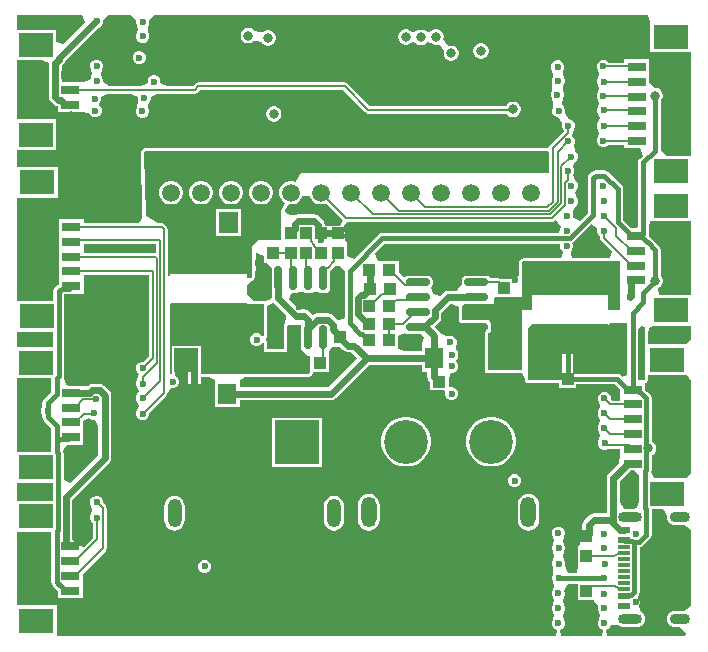
<source format=gbl>
G04*
G04 #@! TF.GenerationSoftware,Altium Limited,Altium Designer,24.4.1 (13)*
G04*
G04 Layer_Physical_Order=4*
G04 Layer_Color=16711680*
%FSLAX44Y44*%
%MOMM*%
G71*
G04*
G04 #@! TF.SameCoordinates,5A4A1F7D-102A-4DB2-8EF6-149E98EE43DC*
G04*
G04*
G04 #@! TF.FilePolarity,Positive*
G04*
G01*
G75*
%ADD14C,0.1500*%
%ADD19R,1.0000X1.1000*%
%ADD20R,1.1000X1.0000*%
G04:AMPARAMS|DCode=26|XSize=1.97mm|YSize=0.6mm|CornerRadius=0.162mm|HoleSize=0mm|Usage=FLASHONLY|Rotation=0.000|XOffset=0mm|YOffset=0mm|HoleType=Round|Shape=RoundedRectangle|*
%AMROUNDEDRECTD26*
21,1,1.9700,0.2760,0,0,0.0*
21,1,1.6460,0.6000,0,0,0.0*
1,1,0.3240,0.8230,-0.1380*
1,1,0.3240,-0.8230,-0.1380*
1,1,0.3240,-0.8230,0.1380*
1,1,0.3240,0.8230,0.1380*
%
%ADD26ROUNDEDRECTD26*%
%ADD29R,2.0000X2.0000*%
%ADD30R,1.6000X0.8000*%
%ADD31R,3.0000X2.1000*%
%ADD33R,1.6000X1.8000*%
%ADD60C,0.6000*%
%ADD61C,0.4000*%
%ADD63O,1.3000X2.6000*%
%ADD64C,3.7160*%
%ADD65O,1.2000X2.4000*%
%ADD66R,3.7160X3.7160*%
%ADD67O,2.0000X0.9000*%
%ADD68O,1.7000X0.9000*%
%ADD69C,0.6000*%
%ADD70C,1.5000*%
%ADD71C,0.8000*%
G04:AMPARAMS|DCode=72|XSize=1.97mm|YSize=0.6mm|CornerRadius=0.162mm|HoleSize=0mm|Usage=FLASHONLY|Rotation=90.000|XOffset=0mm|YOffset=0mm|HoleType=Round|Shape=RoundedRectangle|*
%AMROUNDEDRECTD72*
21,1,1.9700,0.2760,0,0,90.0*
21,1,1.6460,0.6000,0,0,90.0*
1,1,0.3240,0.1380,0.8230*
1,1,0.3240,0.1380,-0.8230*
1,1,0.3240,-0.1380,-0.8230*
1,1,0.3240,-0.1380,0.8230*
%
%ADD72ROUNDEDRECTD72*%
%ADD73R,6.5000X2.5000*%
%ADD74R,2.0000X2.0000*%
%ADD75R,1.1400X0.6000*%
%ADD76R,1.1400X0.3000*%
G36*
X758750Y1349650D02*
X758750D01*
Y1323650D01*
X793250D01*
Y1236150D01*
X772405D01*
X772125Y1236282D01*
X767588Y1240350D01*
Y1282396D01*
X768201Y1283009D01*
X769057Y1284491D01*
X769500Y1286144D01*
Y1287856D01*
X769057Y1289509D01*
X768201Y1290991D01*
X766991Y1292201D01*
X765509Y1293057D01*
X763856Y1293500D01*
X762144D01*
X758136Y1297551D01*
X757750Y1298287D01*
Y1304650D01*
Y1317650D01*
X736750D01*
Y1314914D01*
X723465D01*
X722115Y1316263D01*
X720094Y1317100D01*
X717906D01*
X715884Y1316263D01*
X714337Y1314716D01*
X713500Y1312694D01*
Y1310506D01*
X714337Y1308484D01*
X715466Y1305300D01*
X714587Y1301866D01*
X713750Y1299844D01*
Y1297656D01*
X714587Y1295634D01*
X715497Y1292500D01*
X714337Y1289615D01*
X714337Y1289615D01*
X714060Y1288947D01*
X713500Y1287594D01*
Y1285406D01*
X714337Y1283385D01*
X714337Y1283385D01*
X715615Y1280750D01*
X714837Y1277616D01*
X714000Y1275594D01*
Y1273406D01*
X714837Y1271385D01*
X715830Y1267875D01*
X714837Y1264365D01*
X714000Y1262344D01*
Y1260156D01*
X714837Y1258135D01*
X715588Y1254750D01*
X714337Y1251865D01*
X713500Y1249844D01*
Y1247656D01*
X714337Y1245635D01*
X715884Y1244087D01*
X717906Y1243250D01*
X720094D01*
X722115Y1244087D01*
X723465Y1245436D01*
X736750D01*
Y1242150D01*
X749826D01*
X752312Y1236150D01*
X749756Y1233594D01*
X748761Y1232106D01*
X748412Y1230350D01*
Y1175892D01*
X742412Y1175077D01*
X735934Y1181554D01*
Y1207596D01*
X735585Y1209352D01*
X734591Y1210841D01*
X722937Y1222494D01*
X721448Y1223489D01*
X719692Y1223838D01*
X712593D01*
X710837Y1223489D01*
X709349Y1222494D01*
X707006Y1220151D01*
X706011Y1218663D01*
X705662Y1216907D01*
Y1187458D01*
X698925Y1180722D01*
X694115Y1183681D01*
X693750Y1184032D01*
Y1186094D01*
X693651Y1186334D01*
X693273Y1188987D01*
X694865Y1192837D01*
X696413Y1194385D01*
X697250Y1196406D01*
Y1198594D01*
X696413Y1200615D01*
X695420Y1204125D01*
X696413Y1207635D01*
X697250Y1209656D01*
Y1211844D01*
X696413Y1213866D01*
X694865Y1215413D01*
X693581Y1219808D01*
X693989Y1221776D01*
X694250Y1222406D01*
Y1224594D01*
X693581Y1227085D01*
X694865Y1230669D01*
X696413Y1232216D01*
X697250Y1234237D01*
Y1236425D01*
X696413Y1238447D01*
X695739Y1239121D01*
X694796Y1240369D01*
X693969Y1244830D01*
X694356Y1246205D01*
X694750Y1247156D01*
Y1249344D01*
X693913Y1251366D01*
X692365Y1252913D01*
X694048Y1258710D01*
X694750Y1260406D01*
Y1262594D01*
X693913Y1264615D01*
X692365Y1266163D01*
X690344Y1267000D01*
X690304D01*
X689314Y1267876D01*
X686789Y1271868D01*
X686600Y1272543D01*
X686750Y1272906D01*
Y1275094D01*
X685913Y1277115D01*
X685448Y1277580D01*
X684431Y1279981D01*
X684663Y1284634D01*
X684663Y1284635D01*
X684804Y1284975D01*
X685500Y1286656D01*
Y1288844D01*
X685351Y1289203D01*
X684833Y1291082D01*
X685214Y1294406D01*
X685526Y1296409D01*
X686250Y1298156D01*
Y1300344D01*
X685413Y1302366D01*
X685176Y1305125D01*
X685164Y1307863D01*
X685601Y1309194D01*
X686000Y1310156D01*
Y1312344D01*
X685163Y1314366D01*
X683615Y1315913D01*
X681594Y1316750D01*
X679406D01*
X677384Y1315913D01*
X675837Y1314366D01*
X675000Y1312344D01*
Y1310156D01*
X675837Y1308134D01*
X676074Y1305375D01*
X676086Y1302637D01*
X675649Y1301306D01*
X675250Y1300344D01*
Y1298156D01*
X675399Y1297797D01*
X675917Y1295918D01*
X675536Y1292594D01*
X675224Y1290591D01*
X674500Y1288844D01*
Y1286656D01*
X675337Y1284635D01*
X675802Y1284170D01*
X676819Y1281769D01*
X676587Y1277116D01*
X676587Y1277115D01*
X676446Y1276775D01*
X675750Y1275094D01*
Y1272906D01*
X676587Y1270884D01*
X678135Y1269337D01*
X680156Y1268500D01*
X680196D01*
X681186Y1267624D01*
X683711Y1263632D01*
X683900Y1262957D01*
X683750Y1262594D01*
Y1260406D01*
X684587Y1258384D01*
X685930Y1257041D01*
X673907Y1245018D01*
X673189Y1243943D01*
X672250Y1242299D01*
X331611D01*
X330793Y1242299D01*
X330793Y1242299D01*
X330773Y1242295D01*
X330754Y1242299D01*
X330754Y1242299D01*
X330286Y1242198D01*
X330286Y1242198D01*
X329818Y1242105D01*
X329818Y1242105D01*
X329801Y1242094D01*
X329781Y1242089D01*
X329781Y1242089D01*
X329388Y1241818D01*
X328991Y1241552D01*
X328980Y1241536D01*
X328963Y1241524D01*
X327919Y1240447D01*
X327908Y1240430D01*
X327892Y1240418D01*
X327639Y1240013D01*
X327379Y1239612D01*
X327379Y1239612D01*
X327376Y1239592D01*
X327365Y1239575D01*
X327365Y1239575D01*
X327286Y1239102D01*
X327286Y1239102D01*
X327201Y1238633D01*
X327201Y1238633D01*
X327205Y1238614D01*
X327201Y1238594D01*
X327201Y1238594D01*
X327227Y1237776D01*
X328870Y1184914D01*
X328845Y1184243D01*
X328839Y1184140D01*
X328639Y1183501D01*
X328356Y1182910D01*
X326684Y1180329D01*
X325379Y1178914D01*
X279000D01*
Y1182100D01*
X258000D01*
Y1169100D01*
Y1156600D01*
Y1144100D01*
Y1131600D01*
Y1127447D01*
X257099Y1126844D01*
X254756Y1124501D01*
X253761Y1123013D01*
X253412Y1121257D01*
Y1113100D01*
X222500D01*
Y1200600D01*
X257000D01*
Y1226600D01*
X222500D01*
Y1240850D01*
X256000D01*
Y1266850D01*
X222500D01*
Y1316850D01*
X243745D01*
X249392Y1314486D01*
Y1285986D01*
X249819Y1283840D01*
X251035Y1282021D01*
X253671Y1279385D01*
X255490Y1278169D01*
X257000Y1277869D01*
Y1272850D01*
X278000D01*
X278000Y1272850D01*
X283688Y1272098D01*
X284087Y1271134D01*
X285634Y1269587D01*
X287656Y1268750D01*
X289844D01*
X291866Y1269587D01*
X293413Y1271134D01*
X294250Y1273156D01*
Y1275344D01*
X293413Y1277365D01*
X291989Y1279125D01*
X293163Y1281134D01*
X294000Y1283156D01*
Y1285344D01*
X299172Y1288536D01*
X319267D01*
X324750Y1286094D01*
X324750Y1283906D01*
X325066Y1281095D01*
X324249Y1277564D01*
X323870Y1276341D01*
X323250Y1274844D01*
Y1272656D01*
X324087Y1270635D01*
X325634Y1269087D01*
X327656Y1268250D01*
X329844D01*
X331866Y1269087D01*
X333413Y1270635D01*
X334250Y1272656D01*
X334250Y1274844D01*
X333934Y1277655D01*
X334751Y1281186D01*
X335130Y1282409D01*
X335750Y1283906D01*
Y1286094D01*
X341233Y1288536D01*
X373100D01*
X374368Y1288789D01*
X375443Y1289507D01*
X377373Y1291436D01*
X498753D01*
X517532Y1272657D01*
X518607Y1271939D01*
X519875Y1271686D01*
X637052D01*
X637299Y1271259D01*
X638509Y1270049D01*
X639991Y1269193D01*
X641644Y1268750D01*
X643356D01*
X645009Y1269193D01*
X646491Y1270049D01*
X647701Y1271259D01*
X648557Y1272741D01*
X649000Y1274394D01*
Y1276106D01*
X648557Y1277759D01*
X647701Y1279241D01*
X646491Y1280451D01*
X645009Y1281307D01*
X643356Y1281750D01*
X641644D01*
X639991Y1281307D01*
X638509Y1280451D01*
X637299Y1279241D01*
X636763Y1278314D01*
X521248D01*
X502468Y1297093D01*
X501393Y1297811D01*
X500125Y1298064D01*
X376000D01*
X374732Y1297811D01*
X373657Y1297093D01*
X371727Y1295164D01*
X349654D01*
X344111Y1297410D01*
Y1299598D01*
X343274Y1301620D01*
X341726Y1303167D01*
X339705Y1304004D01*
X337517D01*
X335495Y1303167D01*
X333948Y1301620D01*
X333111Y1299598D01*
Y1297410D01*
X327568Y1295164D01*
X300755D01*
X295500Y1298156D01*
Y1300344D01*
X294835Y1301950D01*
X294628Y1302587D01*
X294156Y1305575D01*
X294628Y1308563D01*
X294835Y1309200D01*
X295500Y1310806D01*
Y1312994D01*
X294663Y1315016D01*
X293116Y1316563D01*
X291094Y1317400D01*
X288906D01*
X286884Y1316563D01*
X285337Y1315016D01*
X284500Y1312994D01*
Y1310806D01*
X285165Y1309200D01*
X285372Y1308563D01*
X285844Y1305575D01*
X285372Y1302587D01*
X285165Y1301950D01*
X284500Y1300344D01*
X278500Y1298310D01*
X278000Y1298350D01*
Y1298350D01*
X260608D01*
Y1312163D01*
X261965Y1313521D01*
X263181Y1315340D01*
X263345Y1316164D01*
X291668Y1344488D01*
X293116Y1345087D01*
X294663Y1346635D01*
X295500Y1348656D01*
Y1350844D01*
X300273Y1355000D01*
X319132D01*
X323750Y1350594D01*
X323750Y1348406D01*
X324362Y1346928D01*
X324614Y1346179D01*
X324998Y1343250D01*
X324614Y1340321D01*
X324362Y1339572D01*
X323750Y1338094D01*
Y1335906D01*
X324587Y1333884D01*
X326134Y1332337D01*
X328156Y1331500D01*
X330344D01*
X332365Y1332337D01*
X333913Y1333884D01*
X334750Y1335906D01*
Y1338094D01*
X334138Y1339572D01*
X333886Y1340321D01*
X333502Y1343250D01*
X333886Y1346179D01*
X334138Y1346928D01*
X334750Y1348406D01*
X334750Y1350594D01*
X339367Y1355000D01*
X757181D01*
X758750Y1349650D01*
D02*
G37*
G36*
X280319Y1349000D02*
X261543Y1330224D01*
X256000Y1332520D01*
Y1342850D01*
X222500D01*
Y1355000D01*
X277834D01*
X280319Y1349000D01*
D02*
G37*
G36*
X672936Y1239064D02*
Y1221250D01*
X462784D01*
X459082Y1214248D01*
X458460Y1214069D01*
X455916Y1214750D01*
X453284D01*
X450740Y1214069D01*
X448460Y1212752D01*
X446598Y1210890D01*
X445281Y1208610D01*
X444600Y1206067D01*
Y1203434D01*
X445281Y1200890D01*
X446598Y1198610D01*
X448460Y1196748D01*
X449511Y1196141D01*
X446000Y1189500D01*
X446500Y1189000D01*
Y1164250D01*
X426750D01*
X422000Y1159500D01*
Y1147551D01*
X421500Y1146344D01*
Y1144156D01*
X422000Y1142949D01*
Y1138551D01*
X421500Y1137344D01*
Y1135156D01*
X421875Y1134250D01*
X421239Y1132750D01*
X417500D01*
Y1135750D01*
X352500Y1135750D01*
Y1135304D01*
X351000Y1134412D01*
X350518Y1134674D01*
X350064Y1136967D01*
Y1173971D01*
X349811Y1175239D01*
X349093Y1176314D01*
X347464Y1177943D01*
X346389Y1178661D01*
X345121Y1178914D01*
X341720D01*
X331423Y1184835D01*
X329749Y1238673D01*
X330793Y1239750D01*
X672250D01*
X672936Y1239064D01*
D02*
G37*
G36*
X470681Y1200890D02*
X471998Y1198610D01*
X473860Y1196748D01*
X476140Y1195432D01*
X478684Y1194750D01*
X481316D01*
X483860Y1195432D01*
X484350Y1195714D01*
X498364Y1181700D01*
X495699Y1176660D01*
X495495Y1176410D01*
X494500Y1176608D01*
X483358D01*
Y1177364D01*
X482931Y1179510D01*
X481715Y1181329D01*
X478079Y1184965D01*
X476260Y1186181D01*
X474114Y1186608D01*
X460386D01*
X458240Y1186181D01*
X457205Y1185489D01*
X453545Y1186162D01*
X450617Y1187380D01*
X449767Y1189731D01*
X453125Y1194792D01*
X453284Y1194750D01*
X455916D01*
X458460Y1195432D01*
X460740Y1196748D01*
X462602Y1198610D01*
X463918Y1200890D01*
X464224Y1202032D01*
X470376D01*
X470681Y1200890D01*
D02*
G37*
G36*
X340436Y1154377D02*
X339871Y1153914D01*
X279000D01*
Y1161240D01*
X340436D01*
Y1154377D01*
D02*
G37*
G36*
X714096Y1174430D02*
X713750Y1173594D01*
Y1171406D01*
X714587Y1169385D01*
X715936Y1168036D01*
Y1166750D01*
X716189Y1165482D01*
X716907Y1164407D01*
X726722Y1154592D01*
X724426Y1149049D01*
X692820D01*
X691383Y1153929D01*
X691327Y1155049D01*
X692663Y1156385D01*
X693500Y1158406D01*
Y1160594D01*
X692893Y1162058D01*
X693937Y1162756D01*
X709010Y1177829D01*
X714096Y1174430D01*
D02*
G37*
G36*
X682500Y1160594D02*
Y1158406D01*
X683337Y1156385D01*
X684673Y1155049D01*
X684617Y1153929D01*
X683180Y1149049D01*
X652267Y1149049D01*
X650750Y1149049D01*
X650750Y1149049D01*
X649775Y1148855D01*
X649774Y1148855D01*
X649025Y1148544D01*
X649025Y1148544D01*
X648198Y1147992D01*
X647645Y1147165D01*
X647451Y1146189D01*
X647451Y1146189D01*
X647451Y1146189D01*
X647451Y1144416D01*
Y1134532D01*
X642500Y1132000D01*
X631271D01*
X630700Y1132114D01*
X623393D01*
X622700Y1133150D01*
X621338Y1134061D01*
X619730Y1134381D01*
X603270D01*
X601662Y1134061D01*
X600300Y1133150D01*
X599389Y1131788D01*
X599069Y1130180D01*
Y1127420D01*
X596220Y1122905D01*
X594916Y1121708D01*
X587400D01*
X585254Y1121281D01*
X583435Y1120065D01*
X580772Y1117402D01*
X575206Y1118933D01*
X573516Y1124647D01*
X574111Y1125813D01*
X574431Y1127420D01*
Y1130180D01*
X574111Y1131788D01*
X573200Y1133150D01*
X571838Y1134061D01*
X570230Y1134381D01*
X553770D01*
X552163Y1134061D01*
X550800Y1133150D01*
X550263Y1133098D01*
X545750Y1137338D01*
Y1147000D01*
X529750D01*
Y1147000D01*
X527636Y1147627D01*
X525620Y1153331D01*
X533701Y1161412D01*
X681954D01*
X682500Y1160594D01*
D02*
G37*
G36*
X683159Y1176089D02*
X681290Y1170588D01*
X531800D01*
X530044Y1170239D01*
X528556Y1169244D01*
X508000Y1148688D01*
X502000Y1151174D01*
Y1162000D01*
X501730D01*
X500202Y1164357D01*
X499110Y1168000D01*
X499681Y1168854D01*
X500108Y1171000D01*
X499681Y1173146D01*
X498783Y1174490D01*
X499655Y1176913D01*
X500974Y1179075D01*
X501810Y1179936D01*
X675228D01*
X676496Y1180189D01*
X677571Y1180907D01*
X679276Y1181184D01*
X683159Y1176089D01*
D02*
G37*
G36*
X495430Y1142883D02*
X499912Y1138700D01*
Y1099033D01*
X495029Y1097152D01*
X493912Y1097084D01*
X489930Y1101065D01*
X488111Y1102281D01*
X485965Y1102708D01*
X476850D01*
X474704Y1102281D01*
X473074Y1101192D01*
X469800Y1104465D01*
X467981Y1105681D01*
X465835Y1106108D01*
X460966D01*
X452901Y1114173D01*
X454817Y1118739D01*
X455740Y1119819D01*
X458030D01*
X459637Y1120139D01*
X461421Y1121050D01*
X464579D01*
X466362Y1120139D01*
X467970Y1119819D01*
X470730D01*
X472337Y1120139D01*
X474120Y1121050D01*
X477279D01*
X479062Y1120139D01*
X480670Y1119819D01*
X483430D01*
X485037Y1120139D01*
X486400Y1121050D01*
X487311Y1122412D01*
X487631Y1124020D01*
Y1138286D01*
X487906Y1138470D01*
X492392Y1142955D01*
X495430Y1142883D01*
D02*
G37*
G36*
X793250Y1118000D02*
X766512D01*
X765509Y1123943D01*
X766991Y1124799D01*
X768201Y1126009D01*
X769057Y1127491D01*
X769500Y1129144D01*
Y1130856D01*
X769057Y1132509D01*
X768201Y1133991D01*
X767588Y1134604D01*
Y1156450D01*
X767239Y1158206D01*
X766244Y1159694D01*
X759694Y1166244D01*
X758339Y1167150D01*
X757500Y1167989D01*
Y1169557D01*
X757588Y1170000D01*
Y1174878D01*
X758500Y1180500D01*
X793250D01*
Y1118000D01*
D02*
G37*
G36*
X431500Y1150723D02*
Y1145500D01*
X433753D01*
X435002Y1144637D01*
X438369Y1140480D01*
Y1132386D01*
X438342Y1132250D01*
Y1115769D01*
X436216Y1114230D01*
X432725Y1112855D01*
X431750Y1113049D01*
X423417D01*
X417500Y1118013D01*
X417500Y1126462D01*
X421239Y1130201D01*
X421718Y1130296D01*
X422195Y1130387D01*
X422195Y1130387D01*
X422204Y1130393D01*
X422215Y1130395D01*
X422215Y1130395D01*
X422620Y1130666D01*
X423026Y1130932D01*
X423026Y1130933D01*
X423032Y1130942D01*
X423041Y1130948D01*
X423311Y1131351D01*
X423586Y1131755D01*
X424222Y1133255D01*
X424224Y1133266D01*
X424230Y1133275D01*
X424325Y1133752D01*
X424424Y1134228D01*
X424424Y1134229D01*
X424422Y1134239D01*
X424424Y1134250D01*
X424424Y1134250D01*
X424329Y1134728D01*
X424329Y1134728D01*
X424238Y1135206D01*
X424238Y1135206D01*
X424232Y1135215D01*
X424230Y1135225D01*
X424230Y1135226D01*
X424049Y1135663D01*
Y1136837D01*
X424355Y1137576D01*
X424549Y1138551D01*
Y1142949D01*
X424355Y1143924D01*
X424049Y1144663D01*
Y1145837D01*
X424355Y1146576D01*
X424549Y1147551D01*
Y1153295D01*
X425500Y1153930D01*
X431500Y1150723D01*
D02*
G37*
G36*
X732750Y1105250D02*
X723250D01*
X723250Y1118000D01*
X658250Y1118000D01*
X658250Y1105250D01*
X650500D01*
Y1063000D01*
X650000Y1054250D01*
X621500D01*
Y1085548D01*
X622700Y1086350D01*
X623611Y1087712D01*
X623931Y1089320D01*
Y1092080D01*
X623611Y1093688D01*
X622700Y1095050D01*
X622683Y1095062D01*
X622250Y1096750D01*
X622000Y1097000D01*
X620414Y1097000D01*
X599250D01*
Y1107646D01*
X599750Y1109000D01*
X599750Y1109000D01*
X600901Y1110250D01*
X626750D01*
Y1114811D01*
X627500Y1116000D01*
X642500D01*
Y1116750D01*
X650000D01*
Y1146189D01*
X650750Y1146500D01*
X732750D01*
X732750Y1105250D01*
D02*
G37*
G36*
X739162Y1094109D02*
Y1050634D01*
X735162Y1048977D01*
X733894Y1050244D01*
X732406Y1051239D01*
X730650Y1051588D01*
X693338D01*
Y1076600D01*
X693994Y1077256D01*
X694989Y1078744D01*
X695338Y1080500D01*
X694989Y1082256D01*
X693994Y1083744D01*
X692506Y1084739D01*
X690750Y1085088D01*
X688994Y1084739D01*
X687506Y1083744D01*
X685506Y1081744D01*
X684511Y1080256D01*
X684162Y1078500D01*
Y1047000D01*
X683546Y1046250D01*
X655250D01*
Y1090586D01*
X658250Y1093000D01*
X723250Y1093000D01*
Y1093000D01*
X724481Y1094221D01*
X739162Y1094109D01*
D02*
G37*
G36*
X793250Y1081157D02*
X790250Y1076400D01*
X756549D01*
Y1086808D01*
X758287Y1091432D01*
X762362Y1092000D01*
X793250D01*
Y1081157D01*
D02*
G37*
G36*
X253412Y1073850D02*
X222500D01*
Y1087100D01*
X253412D01*
Y1073850D01*
D02*
G37*
G36*
X450329Y1100884D02*
X450475Y1098909D01*
X449198Y1093992D01*
X448645Y1093165D01*
X448451Y1092189D01*
X448451Y1092189D01*
X448451Y1090415D01*
Y1072799D01*
X434299D01*
Y1077047D01*
X434250Y1077293D01*
Y1077544D01*
X434154Y1077776D01*
X434105Y1078022D01*
X433721Y1080544D01*
X433810Y1081436D01*
X434105Y1082478D01*
X434154Y1082724D01*
X434250Y1082956D01*
Y1083207D01*
X434299Y1083453D01*
Y1108938D01*
X439634Y1111087D01*
X440077Y1111136D01*
X450329Y1100884D01*
D02*
G37*
G36*
X552163Y1085439D02*
X553770Y1085119D01*
X561864D01*
X562000Y1085092D01*
X564607D01*
X567100Y1082250D01*
X565250Y1076250D01*
X565250D01*
Y1070358D01*
X550716D01*
X545500Y1072250D01*
Y1083482D01*
X548455Y1085081D01*
X551500Y1085882D01*
X552163Y1085439D01*
D02*
G37*
G36*
X431750Y1083453D02*
X430250Y1083155D01*
X430163Y1083365D01*
X428615Y1084913D01*
X426594Y1085750D01*
X424406D01*
X422384Y1084913D01*
X420837Y1083365D01*
X420000Y1081344D01*
Y1079156D01*
X420837Y1077134D01*
X422384Y1075587D01*
X424406Y1074750D01*
X426594D01*
X428615Y1075587D01*
X430163Y1077134D01*
X430250Y1077345D01*
X431750Y1077047D01*
Y1070250D01*
X451000D01*
Y1092189D01*
X451750Y1092500D01*
X463250D01*
Y1072500D01*
X469250Y1066500D01*
X470500D01*
Y1052793D01*
X470000Y1051500D01*
X378500D01*
Y1075250D01*
X353500D01*
Y1051500D01*
X352000D01*
Y1110250D01*
X352250Y1110500D01*
X431750D01*
Y1083453D01*
D02*
G37*
G36*
X499035Y1071285D02*
X500854Y1070069D01*
X503000Y1069642D01*
X505813D01*
X510705Y1064750D01*
X486063Y1040108D01*
X411250D01*
Y1046000D01*
X416028Y1048951D01*
X468640D01*
X470000Y1048951D01*
X470000Y1048951D01*
X470030Y1048957D01*
X470060Y1048952D01*
X470060Y1048952D01*
X470517Y1049054D01*
X470975Y1049145D01*
X471001Y1049162D01*
X471031Y1049169D01*
X471413Y1049438D01*
X471802Y1049698D01*
X471819Y1049723D01*
X471844Y1049741D01*
X472095Y1050136D01*
X472355Y1050525D01*
X472361Y1050555D01*
X472377Y1050581D01*
X472877Y1051873D01*
X472877Y1051873D01*
X472958Y1052334D01*
X473049Y1052793D01*
X473049Y1052793D01*
X473506Y1053250D01*
X486750D01*
Y1068250D01*
X486750Y1068250D01*
X487269Y1072111D01*
X489000Y1074250D01*
X496069D01*
X499035Y1071285D01*
D02*
G37*
G36*
X754000Y1091191D02*
Y1046250D01*
X748338D01*
Y1089284D01*
X751998Y1092021D01*
X754000Y1091191D01*
D02*
G37*
G36*
X334436Y1066123D02*
X330064Y1061750D01*
X328156D01*
X326134Y1060913D01*
X324587Y1059365D01*
X323750Y1057344D01*
Y1055156D01*
X324587Y1053135D01*
X326134Y1051587D01*
X324239Y1045878D01*
X323500Y1044094D01*
Y1041906D01*
X324337Y1039884D01*
X325512Y1037125D01*
X324587Y1034116D01*
X323750Y1032094D01*
Y1029906D01*
X324587Y1027885D01*
X325580Y1024375D01*
X324587Y1020865D01*
X323750Y1018844D01*
Y1016656D01*
X324587Y1014634D01*
X326134Y1013087D01*
X328156Y1012250D01*
X330344D01*
X332365Y1013087D01*
X333913Y1014634D01*
X334750Y1016656D01*
Y1018564D01*
X349093Y1032907D01*
X349811Y1033982D01*
X349814Y1033994D01*
X353406Y1039000D01*
X355594D01*
X357616Y1039837D01*
X359163Y1041385D01*
X360000Y1043406D01*
Y1045594D01*
X359163Y1047616D01*
X357616Y1049163D01*
X355855Y1050525D01*
X356049Y1051500D01*
Y1056943D01*
X361988Y1058770D01*
X362049Y1058771D01*
X367142Y1053677D01*
Y1034500D01*
X367569Y1032354D01*
X368785Y1030535D01*
X370604Y1029319D01*
X372750Y1028892D01*
X374896Y1029319D01*
X376715Y1030535D01*
X377931Y1032354D01*
X378358Y1034500D01*
Y1048834D01*
X378500Y1048951D01*
X385472D01*
X390250Y1046000D01*
Y1023000D01*
X411250D01*
Y1028892D01*
X488386D01*
X490532Y1029319D01*
X492351Y1030535D01*
X520959Y1059142D01*
X565250D01*
Y1053250D01*
X570142D01*
Y1048750D01*
X570569Y1046604D01*
X571785Y1044785D01*
X572250Y1044320D01*
Y1037250D01*
X583778Y1037250D01*
X584143Y1037250D01*
X585250Y1035594D01*
X585250Y1034660D01*
Y1033406D01*
X586087Y1031385D01*
X587635Y1029837D01*
X589656Y1029000D01*
X591844D01*
X593866Y1029837D01*
X595413Y1031385D01*
X596250Y1033406D01*
Y1035594D01*
X595413Y1037616D01*
X593866Y1039163D01*
X591844Y1040000D01*
X589656Y1040000D01*
X589414Y1040162D01*
X589414Y1040162D01*
X588250Y1040939D01*
X588250Y1041549D01*
X588250Y1046707D01*
X589656Y1052250D01*
X591844D01*
X593865Y1053087D01*
X593866D01*
X593892Y1053114D01*
X595413Y1054634D01*
X596250Y1056656D01*
Y1058844D01*
X595413Y1060865D01*
X594173Y1062750D01*
X595663Y1064385D01*
X596500Y1066406D01*
Y1068594D01*
X595663Y1070615D01*
X594115Y1072163D01*
X594163Y1074884D01*
X595000Y1076906D01*
Y1079094D01*
X594163Y1081115D01*
X592616Y1082663D01*
X590594Y1083500D01*
X588406D01*
X587358Y1083066D01*
X585815Y1083255D01*
X584111Y1083954D01*
X580973Y1085736D01*
X580931Y1085946D01*
X579715Y1087765D01*
X576624Y1090856D01*
X576730Y1091935D01*
X580315Y1095520D01*
X581531Y1097339D01*
X581958Y1099485D01*
Y1102727D01*
X589723Y1110492D01*
X591235D01*
X592502Y1110050D01*
X596701Y1107646D01*
Y1097000D01*
X596895Y1096025D01*
X597448Y1095198D01*
X598275Y1094645D01*
X599250Y1094451D01*
X616229D01*
X617631Y1092689D01*
X619698Y1087350D01*
X619558Y1087141D01*
X619381Y1086964D01*
X619285Y1086732D01*
X619145Y1086523D01*
X619096Y1086277D01*
X619000Y1086045D01*
Y1085794D01*
X618951Y1085548D01*
Y1054250D01*
X619145Y1053275D01*
X619698Y1052448D01*
X620525Y1051895D01*
X621500Y1051701D01*
X650000D01*
X652390Y1047225D01*
X652533Y1046895D01*
X652701Y1046381D01*
Y1046250D01*
X652895Y1045275D01*
X653448Y1044448D01*
X654275Y1043895D01*
X655250Y1043701D01*
X681250D01*
Y1039000D01*
X696250D01*
Y1042412D01*
X728749D01*
X733250Y1037911D01*
Y1028714D01*
X726472D01*
X725500Y1029686D01*
Y1031594D01*
X724663Y1033615D01*
X723115Y1035163D01*
X721094Y1036000D01*
X718906D01*
X716885Y1035163D01*
X715337Y1033615D01*
X714500Y1031594D01*
Y1029406D01*
X715337Y1027384D01*
X716233Y1024125D01*
X715087Y1021115D01*
X715087Y1021115D01*
X714899Y1020660D01*
X714250Y1019094D01*
Y1016906D01*
X714899Y1015340D01*
X715087Y1014884D01*
X715087Y1014884D01*
X716233Y1011875D01*
X715337Y1008615D01*
X714500Y1006594D01*
Y1004406D01*
X715337Y1002384D01*
X716470Y999250D01*
X715587Y995865D01*
X714750Y993844D01*
Y991656D01*
X715587Y989634D01*
X717134Y988087D01*
X719156Y987250D01*
X721344D01*
X722859Y987878D01*
X723068Y987836D01*
X733250D01*
Y981400D01*
X733250D01*
X732238Y975819D01*
X723524Y967105D01*
X722309Y965286D01*
X721882Y963140D01*
Y933108D01*
X711250D01*
X709104Y932681D01*
X707285Y931465D01*
X702774Y926954D01*
X701558Y925135D01*
X701131Y922989D01*
Y918447D01*
X700785Y918215D01*
X699569Y916396D01*
X699142Y914250D01*
Y913750D01*
X699569Y911604D01*
X700140Y910750D01*
X699048Y907107D01*
X697520Y904750D01*
X697250D01*
Y888750D01*
X697250D01*
X696735Y882963D01*
X689727D01*
X688339Y884662D01*
X686463Y888963D01*
X686750Y889656D01*
Y891844D01*
X686136Y893326D01*
X685961Y893748D01*
X685874Y894039D01*
X685164Y897250D01*
X685874Y900461D01*
X685961Y900751D01*
X686136Y901174D01*
X686750Y902656D01*
Y904844D01*
X686013Y906624D01*
X685894Y906951D01*
X685220Y910000D01*
X685608Y912967D01*
X685836Y913803D01*
X686500Y915406D01*
Y917594D01*
X685663Y919615D01*
X684116Y921163D01*
X682094Y922000D01*
X679906D01*
X677885Y921163D01*
X676337Y919615D01*
X675500Y917594D01*
Y915406D01*
X676237Y913626D01*
X676356Y913299D01*
X677030Y910250D01*
X676642Y907283D01*
X676414Y906447D01*
X675750Y904844D01*
Y902656D01*
X676364Y901174D01*
X676539Y900751D01*
X676626Y900461D01*
X677336Y897250D01*
X676626Y894039D01*
X676539Y893748D01*
X676364Y893326D01*
X675750Y891844D01*
Y889656D01*
X676274Y888392D01*
X676601Y887471D01*
X676846Y884625D01*
X676601Y881779D01*
X676274Y880858D01*
X675750Y879594D01*
Y877406D01*
X676502Y875590D01*
X676661Y874968D01*
X677205Y871875D01*
X676344Y868641D01*
X676326Y868587D01*
X676151Y868165D01*
X675500Y866594D01*
Y864406D01*
X676183Y862758D01*
X676375Y862160D01*
X676878Y859150D01*
X676375Y856140D01*
X676183Y855542D01*
X675500Y853894D01*
Y851706D01*
X676183Y850058D01*
X676375Y849460D01*
X676878Y846450D01*
X676375Y843440D01*
X676183Y842842D01*
X675500Y841194D01*
Y839006D01*
X676337Y836984D01*
X677885Y835437D01*
X679906Y834600D01*
X678940Y829000D01*
X262105D01*
X256250Y829350D01*
Y855350D01*
X222500D01*
Y917850D01*
X251662D01*
Y874900D01*
X252011Y873144D01*
X253006Y871656D01*
X255228Y869434D01*
X256583Y868528D01*
X257250Y867861D01*
Y861350D01*
X278250D01*
Y873850D01*
Y882164D01*
X297593Y901507D01*
X298311Y902582D01*
X298564Y903850D01*
Y937750D01*
X298311Y939018D01*
X297593Y940093D01*
X295750Y941936D01*
Y943844D01*
X294913Y945865D01*
X293365Y947413D01*
X291344Y948250D01*
X289156D01*
X287134Y947413D01*
X285587Y945865D01*
X284750Y943844D01*
Y941656D01*
X285587Y939634D01*
X286449Y936000D01*
X285337Y932616D01*
X284500Y930594D01*
Y928406D01*
X285337Y926385D01*
X286686Y925035D01*
Y912473D01*
X279102Y904888D01*
X278182Y904962D01*
X272980Y907251D01*
X272931Y907496D01*
X271715Y909315D01*
X269896Y910531D01*
X269608Y910588D01*
Y929500D01*
Y944927D01*
X300965Y976285D01*
X302181Y978104D01*
X302608Y980250D01*
Y1032857D01*
X302181Y1035003D01*
X300965Y1036822D01*
X296572Y1041215D01*
X294753Y1042431D01*
X292607Y1042858D01*
X286393D01*
X284247Y1042431D01*
X282428Y1041215D01*
X282171Y1040958D01*
X268000D01*
X266838Y1040727D01*
X265147Y1041573D01*
X264447Y1042394D01*
X262239Y1047644D01*
X262588Y1049400D01*
Y1119012D01*
X266500D01*
X266943Y1119100D01*
X279000D01*
Y1134786D01*
X334436D01*
Y1066123D01*
D02*
G37*
G36*
X251662Y1047650D02*
Y1036015D01*
X245506Y1029859D01*
X244511Y1028370D01*
X244162Y1026614D01*
Y1023440D01*
X243837Y1023115D01*
X243000Y1021094D01*
Y1018906D01*
X243837Y1016885D01*
X244162Y1016560D01*
Y1014543D01*
X244511Y1012787D01*
X245506Y1011298D01*
X251662Y1005142D01*
Y993507D01*
Y985550D01*
X251498Y985350D01*
X222500D01*
Y1047850D01*
X251498D01*
X251662Y1047650D01*
D02*
G37*
G36*
X790250Y1050400D02*
X793250Y1045643D01*
Y967657D01*
X790250Y962900D01*
X762350D01*
X760174Y966926D01*
X759629Y968900D01*
X759838Y969950D01*
Y982239D01*
X761241Y983049D01*
X762451Y984259D01*
X763307Y985741D01*
X763750Y987394D01*
Y989106D01*
X763307Y990759D01*
X762451Y992241D01*
X761241Y993451D01*
X759838Y994261D01*
Y1030850D01*
X759489Y1032606D01*
X758494Y1034094D01*
X756273Y1036316D01*
X754917Y1037222D01*
X754250Y1037889D01*
Y1043751D01*
X754975Y1043895D01*
X755802Y1044448D01*
X756355Y1045275D01*
X756549Y1046250D01*
Y1050400D01*
X790250D01*
D02*
G37*
G36*
X284485Y1013116D02*
X286506Y1012279D01*
X288694D01*
X291392Y1006902D01*
Y982573D01*
X267631Y958812D01*
X262088Y961108D01*
Y984300D01*
X261897Y985262D01*
X262696Y987564D01*
X265042Y991262D01*
X266000D01*
X266443Y991350D01*
X278500D01*
Y1003850D01*
Y1011565D01*
X283838Y1013763D01*
X284485Y1013116D01*
D02*
G37*
G36*
X252912Y943850D02*
X222500D01*
Y959350D01*
X252912D01*
Y943850D01*
D02*
G37*
G36*
X744163Y969762D02*
X748709Y966709D01*
X749662Y965519D01*
Y943024D01*
X747660Y937711D01*
X743872Y937258D01*
X736490D01*
X733097Y942515D01*
Y960817D01*
X742073Y969792D01*
X743750D01*
X743839Y969810D01*
X744163Y969762D01*
D02*
G37*
G36*
X769155Y936596D02*
X770905Y934443D01*
X772722Y930900D01*
X772629Y930198D01*
X772870Y928371D01*
X773575Y926668D01*
X774697Y925206D01*
X776160Y924083D01*
X777862Y923378D01*
X779690Y923138D01*
X787690D01*
X792089Y919969D01*
X793250Y918430D01*
Y855466D01*
X792089Y853927D01*
X787690Y850758D01*
X779690D01*
X777862Y850518D01*
X776160Y849812D01*
X774697Y848690D01*
X773575Y847228D01*
X772870Y845525D01*
X772629Y843698D01*
X772870Y841871D01*
X773575Y840168D01*
X774697Y838706D01*
X776160Y837583D01*
X777862Y836878D01*
X779690Y836638D01*
X784187D01*
X788689Y831052D01*
X788072Y829137D01*
X787945Y829000D01*
X722060D01*
X721094Y834600D01*
X723115Y835437D01*
X724663Y836984D01*
X724972Y837731D01*
X726598Y838465D01*
X728885Y838893D01*
X731418Y838809D01*
X731497Y838706D01*
X732959Y837583D01*
X734662Y836878D01*
X736490Y836638D01*
X747490D01*
X749317Y836878D01*
X751020Y837583D01*
X752482Y838706D01*
X753604Y840168D01*
X754309Y841871D01*
X754550Y843698D01*
X754309Y845525D01*
X753604Y847228D01*
X752482Y848690D01*
X751020Y849812D01*
X750773Y849915D01*
X749771Y852478D01*
X749398Y854612D01*
X749433Y856349D01*
X749890Y857451D01*
Y858645D01*
X749433Y859747D01*
X748589Y860591D01*
X749629Y864743D01*
X749978Y866498D01*
Y904839D01*
X751338Y905109D01*
X752826Y906104D01*
X758734Y912011D01*
X759729Y913500D01*
X760078Y915256D01*
Y936711D01*
X760233Y936900D01*
X768686D01*
X769155Y936596D01*
D02*
G37*
G36*
X697250Y859500D02*
X710822D01*
X711458Y858995D01*
X714769Y854543D01*
X714500Y853894D01*
Y851706D01*
X715183Y850058D01*
X715375Y849460D01*
X715878Y846450D01*
X715375Y843440D01*
X715183Y842842D01*
X714500Y841194D01*
Y839006D01*
X715337Y836984D01*
X716885Y835437D01*
X718906Y834600D01*
X717940Y829000D01*
X683060D01*
X682094Y834600D01*
X684116Y835437D01*
X685663Y836984D01*
X686500Y839006D01*
Y841194D01*
X685817Y842842D01*
X685625Y843440D01*
X685123Y846450D01*
X685625Y849460D01*
X685817Y850058D01*
X686500Y851706D01*
Y853894D01*
X685817Y855542D01*
X685625Y856140D01*
X685123Y859150D01*
X685625Y862160D01*
X685817Y862758D01*
X686500Y864406D01*
Y866594D01*
X686006Y867787D01*
X687343Y871237D01*
X688977Y873787D01*
X697250D01*
Y859500D01*
D02*
G37*
%LPC*%
G36*
X578106Y1343000D02*
X576394D01*
X574741Y1342557D01*
X573259Y1341701D01*
X571000Y1340774D01*
X568491Y1341451D01*
X567009Y1342307D01*
X565356Y1342750D01*
X563644D01*
X561991Y1342307D01*
X560509Y1341451D01*
X558000Y1340774D01*
X555741Y1341701D01*
X554259Y1342557D01*
X552606Y1343000D01*
X550894D01*
X549241Y1342557D01*
X547759Y1341701D01*
X546549Y1340491D01*
X545693Y1339009D01*
X545250Y1337356D01*
Y1335644D01*
X545693Y1333991D01*
X546549Y1332509D01*
X547759Y1331299D01*
X549241Y1330443D01*
X550894Y1330000D01*
X552606D01*
X554259Y1330443D01*
X555741Y1331299D01*
X558250Y1331976D01*
X560509Y1331049D01*
X561991Y1330193D01*
X563644Y1329750D01*
X565356D01*
X567009Y1330193D01*
X568491Y1331049D01*
X570750Y1331976D01*
X573259Y1331299D01*
X574741Y1330443D01*
X576394Y1330000D01*
X577749Y1330000D01*
X578106Y1330000D01*
X579091Y1330079D01*
X581091Y1329887D01*
X583904Y1324355D01*
X583823Y1323879D01*
X583750Y1323607D01*
X583750Y1323606D01*
X583750Y1323003D01*
Y1321894D01*
X584193Y1320241D01*
X585049Y1318759D01*
X586259Y1317549D01*
X587741Y1316693D01*
X589394Y1316250D01*
X591106D01*
X592759Y1316693D01*
X594241Y1317549D01*
X595451Y1318759D01*
X596307Y1320241D01*
X596750Y1321894D01*
Y1323606D01*
X596307Y1325259D01*
X595451Y1326741D01*
X594241Y1327951D01*
X592759Y1328807D01*
X591106Y1329250D01*
X589751Y1329250D01*
X589394Y1329250D01*
X588409Y1329171D01*
X586409Y1329363D01*
X583596Y1334895D01*
X583677Y1335371D01*
X583750Y1335643D01*
X583750Y1335644D01*
X583750Y1336247D01*
Y1337356D01*
X583307Y1339009D01*
X582451Y1340491D01*
X581241Y1341701D01*
X579759Y1342557D01*
X578106Y1343000D01*
D02*
G37*
G36*
X419356Y1344250D02*
X417644D01*
X415991Y1343807D01*
X414509Y1342951D01*
X413299Y1341741D01*
X412443Y1340259D01*
X412000Y1338606D01*
Y1336894D01*
X412443Y1335241D01*
X413299Y1333759D01*
X414509Y1332549D01*
X415991Y1331693D01*
X417644Y1331250D01*
X419356D01*
X421009Y1331693D01*
X422491Y1332549D01*
X422827Y1332885D01*
X426038Y1333072D01*
X426098Y1333065D01*
X429637Y1332039D01*
X429799Y1331759D01*
X431009Y1330549D01*
X432491Y1329693D01*
X434144Y1329250D01*
X435856D01*
X437509Y1329693D01*
X438991Y1330549D01*
X440201Y1331759D01*
X441057Y1333241D01*
X441500Y1334894D01*
Y1336606D01*
X441057Y1338259D01*
X440201Y1339741D01*
X438991Y1340951D01*
X437509Y1341807D01*
X435856Y1342250D01*
X434144D01*
X432491Y1341807D01*
X431009Y1340951D01*
X430673Y1340616D01*
X427462Y1340428D01*
X427402Y1340435D01*
X423863Y1341461D01*
X423701Y1341741D01*
X422491Y1342951D01*
X421009Y1343807D01*
X419356Y1344250D01*
D02*
G37*
G36*
X616356Y1331250D02*
X614644D01*
X612991Y1330807D01*
X611509Y1329951D01*
X610299Y1328741D01*
X609443Y1327259D01*
X609000Y1325606D01*
Y1323894D01*
X609443Y1322241D01*
X610299Y1320759D01*
X611509Y1319549D01*
X612991Y1318693D01*
X614644Y1318250D01*
X616356D01*
X618009Y1318693D01*
X619491Y1319549D01*
X620701Y1320759D01*
X621557Y1322241D01*
X622000Y1323894D01*
Y1325606D01*
X621557Y1327259D01*
X620701Y1328741D01*
X619491Y1329951D01*
X618009Y1330807D01*
X616356Y1331250D01*
D02*
G37*
G36*
X327041Y1324447D02*
X324853D01*
X322831Y1323609D01*
X321284Y1322062D01*
X320447Y1320041D01*
Y1317853D01*
X321284Y1315831D01*
X322831Y1314284D01*
X324853Y1313447D01*
X327041D01*
X329062Y1314284D01*
X330609Y1315831D01*
X331447Y1317853D01*
Y1320041D01*
X330609Y1322062D01*
X329062Y1323609D01*
X327041Y1324447D01*
D02*
G37*
G36*
X440856Y1278000D02*
X439144D01*
X437491Y1277557D01*
X436009Y1276701D01*
X434799Y1275491D01*
X433943Y1274009D01*
X433500Y1272356D01*
Y1270644D01*
X433943Y1268991D01*
X434799Y1267509D01*
X436009Y1266299D01*
X437491Y1265443D01*
X439144Y1265000D01*
X440856D01*
X442509Y1265443D01*
X443991Y1266299D01*
X445201Y1267509D01*
X446057Y1268991D01*
X446500Y1270644D01*
Y1272356D01*
X446057Y1274009D01*
X445201Y1275491D01*
X443991Y1276701D01*
X442509Y1277557D01*
X440856Y1278000D01*
D02*
G37*
G36*
X430517Y1214750D02*
X427883D01*
X425340Y1214069D01*
X423060Y1212752D01*
X421198Y1210890D01*
X419882Y1208610D01*
X419200Y1206067D01*
Y1203434D01*
X419882Y1200890D01*
X421198Y1198610D01*
X423060Y1196748D01*
X425340Y1195432D01*
X427883Y1194750D01*
X430517D01*
X433060Y1195432D01*
X435340Y1196748D01*
X437202Y1198610D01*
X438518Y1200890D01*
X439200Y1203434D01*
Y1206067D01*
X438518Y1208610D01*
X437202Y1210890D01*
X435340Y1212752D01*
X433060Y1214069D01*
X430517Y1214750D01*
D02*
G37*
G36*
X405117D02*
X402483D01*
X399940Y1214069D01*
X397660Y1212752D01*
X395798Y1210890D01*
X394482Y1208610D01*
X393800Y1206067D01*
Y1203434D01*
X394482Y1200890D01*
X395798Y1198610D01*
X397660Y1196748D01*
X399940Y1195432D01*
X402483Y1194750D01*
X405117D01*
X407660Y1195432D01*
X409940Y1196748D01*
X411802Y1198610D01*
X413119Y1200890D01*
X413800Y1203434D01*
Y1206067D01*
X413119Y1208610D01*
X411802Y1210890D01*
X409940Y1212752D01*
X407660Y1214069D01*
X405117Y1214750D01*
D02*
G37*
G36*
X379716D02*
X377084D01*
X374540Y1214069D01*
X372260Y1212752D01*
X370398Y1210890D01*
X369081Y1208610D01*
X368400Y1206067D01*
Y1203434D01*
X369081Y1200890D01*
X370398Y1198610D01*
X372260Y1196748D01*
X374540Y1195432D01*
X377084Y1194750D01*
X379716D01*
X382260Y1195432D01*
X384540Y1196748D01*
X386402Y1198610D01*
X387719Y1200890D01*
X388400Y1203434D01*
Y1206067D01*
X387719Y1208610D01*
X386402Y1210890D01*
X384540Y1212752D01*
X382260Y1214069D01*
X379716Y1214750D01*
D02*
G37*
G36*
X354316D02*
X351684D01*
X349140Y1214069D01*
X346860Y1212752D01*
X344998Y1210890D01*
X343681Y1208610D01*
X343000Y1206067D01*
Y1203434D01*
X343681Y1200890D01*
X344998Y1198610D01*
X346860Y1196748D01*
X349140Y1195432D01*
X351684Y1194750D01*
X354316D01*
X356860Y1195432D01*
X359140Y1196748D01*
X361002Y1198610D01*
X362318Y1200890D01*
X363000Y1203434D01*
Y1206067D01*
X362318Y1208610D01*
X361002Y1210890D01*
X359140Y1212752D01*
X356860Y1214069D01*
X354316Y1214750D01*
D02*
G37*
G36*
X412500Y1191000D02*
X391500D01*
Y1168000D01*
X412500D01*
Y1191000D01*
D02*
G37*
%LPD*%
G36*
X409951Y1170549D02*
X394049D01*
Y1188451D01*
X409951D01*
Y1170549D01*
D02*
G37*
%LPC*%
G36*
X626076Y1015080D02*
X621924D01*
X617851Y1014270D01*
X614015Y1012681D01*
X610562Y1010374D01*
X607626Y1007438D01*
X605319Y1003985D01*
X603730Y1000149D01*
X602920Y996076D01*
Y991924D01*
X603730Y987851D01*
X605319Y984015D01*
X607626Y980562D01*
X610562Y977626D01*
X614015Y975319D01*
X617851Y973730D01*
X621924Y972920D01*
X626076D01*
X630149Y973730D01*
X633985Y975319D01*
X637438Y977626D01*
X640374Y980562D01*
X642681Y984015D01*
X644270Y987851D01*
X645080Y991924D01*
Y996076D01*
X644270Y1000149D01*
X642681Y1003985D01*
X640374Y1007438D01*
X637438Y1010374D01*
X633985Y1012681D01*
X630149Y1014270D01*
X626076Y1015080D01*
D02*
G37*
G36*
X554076D02*
X549924D01*
X545851Y1014270D01*
X542015Y1012681D01*
X538562Y1010374D01*
X535626Y1007438D01*
X533319Y1003985D01*
X531730Y1000149D01*
X530920Y996076D01*
Y991924D01*
X531730Y987851D01*
X533319Y984015D01*
X535626Y980562D01*
X538562Y977626D01*
X542015Y975319D01*
X545851Y973730D01*
X549924Y972920D01*
X554076D01*
X558149Y973730D01*
X561985Y975319D01*
X565438Y977626D01*
X568374Y980562D01*
X570681Y984015D01*
X572270Y987851D01*
X573080Y991924D01*
Y996076D01*
X572270Y1000149D01*
X570681Y1003985D01*
X568374Y1007438D01*
X565438Y1010374D01*
X561985Y1012681D01*
X558149Y1014270D01*
X554076Y1015080D01*
D02*
G37*
G36*
X480580Y1014330D02*
X438420D01*
Y972170D01*
X480580D01*
Y1014330D01*
D02*
G37*
G36*
X645094Y966500D02*
X642906D01*
X640884Y965663D01*
X639337Y964116D01*
X638500Y962094D01*
Y959906D01*
X639337Y957885D01*
X640884Y956337D01*
X642906Y955500D01*
X645094D01*
X647115Y956337D01*
X648663Y957885D01*
X649500Y959906D01*
Y962094D01*
X648663Y964116D01*
X647115Y965663D01*
X645094Y966500D01*
D02*
G37*
G36*
X491000Y947823D02*
X488781Y947531D01*
X486713Y946675D01*
X484938Y945312D01*
X483575Y943537D01*
X482719Y941469D01*
X482427Y939250D01*
Y927250D01*
X482719Y925031D01*
X483575Y922963D01*
X484938Y921188D01*
X486713Y919825D01*
X488781Y918969D01*
X491000Y918677D01*
X493219Y918969D01*
X495287Y919825D01*
X497062Y921188D01*
X498425Y922963D01*
X499281Y925031D01*
X499573Y927250D01*
Y939250D01*
X499281Y941469D01*
X498425Y943537D01*
X497062Y945312D01*
X495287Y946675D01*
X493219Y947531D01*
X491000Y947823D01*
D02*
G37*
G36*
X356000D02*
X353781Y947531D01*
X351713Y946675D01*
X349938Y945312D01*
X348575Y943537D01*
X347719Y941469D01*
X347427Y939250D01*
Y927250D01*
X347719Y925031D01*
X348575Y922963D01*
X349938Y921188D01*
X351713Y919825D01*
X353781Y918969D01*
X356000Y918677D01*
X358219Y918969D01*
X360287Y919825D01*
X362062Y921188D01*
X363425Y922963D01*
X364281Y925031D01*
X364573Y927250D01*
Y939250D01*
X364281Y941469D01*
X363425Y943537D01*
X362062Y945312D01*
X360287Y946675D01*
X358219Y947531D01*
X356000Y947823D01*
D02*
G37*
G36*
X655500Y949578D02*
X653150Y949268D01*
X650961Y948362D01*
X649081Y946919D01*
X647638Y945039D01*
X646732Y942850D01*
X646422Y940500D01*
Y927500D01*
X646732Y925151D01*
X647638Y922961D01*
X649081Y921081D01*
X650961Y919639D01*
X653150Y918732D01*
X655500Y918422D01*
X657849Y918732D01*
X660039Y919639D01*
X661919Y921081D01*
X663361Y922961D01*
X664268Y925151D01*
X664578Y927500D01*
Y940500D01*
X664268Y942850D01*
X663361Y945039D01*
X661919Y946919D01*
X660039Y948362D01*
X657849Y949268D01*
X655500Y949578D01*
D02*
G37*
G36*
X520500D02*
X518150Y949268D01*
X515961Y948362D01*
X514081Y946919D01*
X512639Y945039D01*
X511732Y942850D01*
X511422Y940500D01*
Y927500D01*
X511732Y925151D01*
X512639Y922961D01*
X514081Y921081D01*
X515961Y919639D01*
X518150Y918732D01*
X520500Y918422D01*
X522849Y918732D01*
X525039Y919639D01*
X526919Y921081D01*
X528361Y922961D01*
X529268Y925151D01*
X529578Y927500D01*
Y940500D01*
X529268Y942850D01*
X528361Y945039D01*
X526919Y946919D01*
X525039Y948362D01*
X522849Y949268D01*
X520500Y949578D01*
D02*
G37*
G36*
X382594Y893750D02*
X380406D01*
X378385Y892913D01*
X376837Y891366D01*
X376000Y889344D01*
Y887156D01*
X376837Y885135D01*
X378385Y883587D01*
X380406Y882750D01*
X382594D01*
X384616Y883587D01*
X386163Y885135D01*
X387000Y887156D01*
Y889344D01*
X386163Y891366D01*
X384616Y892913D01*
X382594Y893750D01*
D02*
G37*
%LPD*%
D14*
X719000Y1311600D02*
X745500D01*
X746150Y1312250D01*
X519875Y1275000D02*
X644000D01*
X376000Y1294750D02*
X500125D01*
X519875Y1275000D01*
X373100Y1291850D02*
X376000Y1294750D01*
X267500Y1291850D02*
X373100D01*
X719000Y1286500D02*
X746900D01*
X719000Y1248750D02*
X747150D01*
X719500Y1261250D02*
X747150D01*
X719250Y1298750D02*
X747150D01*
X719500Y1274500D02*
X746400D01*
X635000Y1124000D02*
Y1124500D01*
X611500Y1128800D02*
X630700D01*
X635000Y1124500D01*
X531750Y1119000D02*
X534250D01*
X538500Y1123250D01*
X521000Y1108750D02*
X521500D01*
X531750Y1119000D01*
X467250Y1171000D02*
X471500Y1166750D01*
Y1163432D02*
Y1166750D01*
Y1163432D02*
X474500Y1160432D01*
Y1159750D02*
Y1160432D01*
Y1159750D02*
X479750Y1154500D01*
Y1154000D02*
Y1154500D01*
X719500Y1185250D02*
X730055Y1174695D01*
Y1168445D02*
X743000Y1155500D01*
X730055Y1168445D02*
Y1174695D01*
X719250Y1166750D02*
X743000Y1143000D01*
X719250Y1166750D02*
Y1172500D01*
X287321Y1017500D02*
X287600Y1017779D01*
X279150Y1017500D02*
X287321D01*
X329250Y1017750D02*
X346750Y1035250D01*
X482050Y1064050D02*
Y1082750D01*
X478750Y1060750D02*
X482050Y1064050D01*
X538250Y1139500D02*
X551200Y1126550D01*
X537750Y1139500D02*
X538250D01*
X551200Y1126550D02*
X563500D01*
X538500Y1108750D02*
X543600Y1113850D01*
X563500D01*
X538000Y1108750D02*
X538500D01*
X549250Y1093750D02*
X556650Y1101150D01*
X537250Y1093750D02*
X549250D01*
X556650Y1101150D02*
X563500D01*
X537500Y1079750D02*
Y1093500D01*
X537250Y1093750D02*
X537500Y1093500D01*
X491250Y1146500D02*
Y1153500D01*
X467600Y1141321D02*
Y1152650D01*
X467637Y1139787D02*
Y1141284D01*
X466500Y1153750D02*
X467600Y1152650D01*
Y1141321D02*
X467637Y1141284D01*
X467600Y1139750D02*
X467637Y1139787D01*
X439000Y1153500D02*
X454750D01*
X454900Y1139750D02*
Y1153500D01*
X455150Y1154000D02*
Y1158600D01*
X482050Y1138629D02*
X484234Y1140813D01*
X485563D02*
X491250Y1146500D01*
X482050Y1132250D02*
Y1138629D01*
X484234Y1140813D02*
X485563D01*
X728506Y871750D02*
X729558Y870698D01*
X709000Y871750D02*
X728506D01*
X730740Y870698D02*
X731990Y869448D01*
X729558Y870698D02*
X730740D01*
X731990Y869448D02*
X736190D01*
X290250Y942750D02*
X295250Y937750D01*
X290000Y911100D02*
Y929500D01*
X295250Y903850D02*
Y937750D01*
X271750Y880350D02*
X295250Y903850D01*
X278900Y1029750D02*
X289500D01*
X267750Y880350D02*
X271750D01*
X267750Y892850D02*
X271750D01*
X290000Y911100D01*
X568450Y1192500D02*
X671750D01*
X546050Y1189500D02*
X672993D01*
X501500Y1183250D02*
X675228D01*
X523650Y1186500D02*
X674235D01*
X556200Y1204750D02*
X568450Y1192500D01*
X505400Y1204750D02*
X523650Y1186500D01*
X671750Y1192500D02*
X676250Y1197000D01*
X530800Y1204750D02*
X546050Y1189500D01*
X674235Y1186500D02*
X683500Y1195765D01*
X672993Y1189500D02*
X680500Y1197007D01*
X676250Y1197000D02*
Y1242675D01*
X689250Y1255675D01*
X686500Y1212925D02*
X688750Y1215175D01*
X683500Y1227081D02*
X691750Y1235331D01*
X680500Y1239500D02*
X689250Y1248250D01*
X683500Y1195765D02*
Y1227081D01*
X688750Y1215175D02*
Y1223500D01*
X680500Y1197007D02*
Y1239500D01*
X689250Y1255675D02*
Y1261500D01*
X675228Y1183250D02*
X686500Y1194522D01*
Y1212925D01*
X480000Y1204750D02*
X501500Y1183250D01*
X329250Y1056250D02*
X337750Y1064750D01*
X268500Y1138100D02*
X336871D01*
X337750Y1064750D02*
Y1137221D01*
X336871Y1138100D02*
X337750Y1137221D01*
X340750Y1060325D02*
Y1149721D01*
X339871Y1150600D02*
X340750Y1149721D01*
X268500Y1150600D02*
X339871D01*
X329000Y1043000D02*
Y1048575D01*
X340750Y1060325D01*
X342871Y1164553D02*
X343750Y1163675D01*
X345121Y1175600D02*
X346750Y1173971D01*
X269953Y1164553D02*
X342871D01*
X329250Y1031000D02*
X343750Y1045500D01*
Y1163675D01*
X346750Y1035250D02*
Y1173971D01*
X268500Y1163100D02*
X269953Y1164553D01*
X268500Y1175600D02*
X345121D01*
X746150Y1312250D02*
X747250Y1311150D01*
X747150Y1298750D02*
X747250Y1298650D01*
X746900Y1286500D02*
X747250Y1286150D01*
X746400Y1274500D02*
X747250Y1273650D01*
X747150Y1261250D02*
X747250Y1261150D01*
X747150Y1248750D02*
X747250Y1248650D01*
X743000Y1155500D02*
X747000D01*
X743000Y1143000D02*
X747000D01*
X735440Y898698D02*
X736190Y899448D01*
X729948Y898198D02*
X730448Y898698D01*
X729558Y898198D02*
X729948D01*
X730448Y898698D02*
X735440D01*
X728110Y896750D02*
X729558Y898198D01*
X704750Y896750D02*
X728110D01*
X704750Y867500D02*
X709000Y871750D01*
X725100Y1025400D02*
X743750D01*
X720000Y1030500D02*
X725100Y1025400D01*
X719750Y1018000D02*
X724850Y1012900D01*
X743750D01*
X725100Y1000400D02*
X743750D01*
X720000Y1005500D02*
X725100Y1000400D01*
X723068Y991150D02*
X740500D01*
X721468Y992750D02*
X723068Y991150D01*
X740500D02*
X743750Y987900D01*
X720250Y992750D02*
X721468D01*
X268000Y1022850D02*
X272000D01*
X278900Y1029750D01*
X268000Y1010350D02*
X272000D01*
X279150Y1017500D01*
D19*
X439000Y1153500D02*
D03*
Y1170500D02*
D03*
X455000Y1171000D02*
D03*
Y1154000D02*
D03*
X494500Y1154000D02*
D03*
Y1171000D02*
D03*
X467250Y1171000D02*
D03*
Y1154000D02*
D03*
X479750Y1154000D02*
D03*
Y1171000D02*
D03*
X688750Y1030000D02*
D03*
Y1047000D02*
D03*
X635000Y1124000D02*
D03*
Y1107000D02*
D03*
X496500Y1082250D02*
D03*
Y1065250D02*
D03*
X704750Y896750D02*
D03*
Y913750D02*
D03*
Y867500D02*
D03*
Y850500D02*
D03*
D20*
X597250Y1044750D02*
D03*
X580250D02*
D03*
X520500Y1079750D02*
D03*
X537500D02*
D03*
X538500Y1123250D02*
D03*
X521500D02*
D03*
X520750Y1139500D02*
D03*
X537750D02*
D03*
X521000Y1108750D02*
D03*
X538000D02*
D03*
X537250Y1093750D02*
D03*
X520250D02*
D03*
X478750Y1060750D02*
D03*
X461750D02*
D03*
D26*
X562000Y1128800D02*
D03*
Y1116100D02*
D03*
Y1103400D02*
D03*
Y1090700D02*
D03*
X611500D02*
D03*
Y1103400D02*
D03*
Y1116100D02*
D03*
Y1128800D02*
D03*
D29*
X633000Y1067250D02*
D03*
Y1027250D02*
D03*
D30*
X267500Y1304350D02*
D03*
Y1291850D02*
D03*
Y1279350D02*
D03*
X743750Y1037900D02*
D03*
Y1025400D02*
D03*
Y1012900D02*
D03*
Y1000400D02*
D03*
Y987900D02*
D03*
Y975400D02*
D03*
X268500Y1125600D02*
D03*
Y1138100D02*
D03*
Y1150600D02*
D03*
Y1163100D02*
D03*
Y1175600D02*
D03*
Y1188100D02*
D03*
X267750Y867850D02*
D03*
Y880350D02*
D03*
Y892850D02*
D03*
Y905350D02*
D03*
X268000Y997850D02*
D03*
Y1010350D02*
D03*
Y1022850D02*
D03*
Y1035350D02*
D03*
X747000Y1168000D02*
D03*
Y1155500D02*
D03*
Y1143000D02*
D03*
Y1130500D02*
D03*
X747250Y1311150D02*
D03*
Y1298650D02*
D03*
Y1286150D02*
D03*
Y1273650D02*
D03*
Y1261150D02*
D03*
Y1248650D02*
D03*
D31*
X238500Y1329850D02*
D03*
Y1253850D02*
D03*
X772750Y1063400D02*
D03*
Y949900D02*
D03*
X239500Y1100100D02*
D03*
Y1213600D02*
D03*
X238750Y842350D02*
D03*
Y930850D02*
D03*
X239000Y972350D02*
D03*
Y1060850D02*
D03*
X776000Y1193500D02*
D03*
Y1105000D02*
D03*
X776250Y1336650D02*
D03*
Y1223150D02*
D03*
D33*
X575750Y1064750D02*
D03*
X603750D02*
D03*
X400750Y1034500D02*
D03*
X372750D02*
D03*
X374000Y1179500D02*
D03*
X402000D02*
D03*
D60*
X490208Y1089042D02*
X496500Y1082750D01*
Y1082250D02*
Y1082750D01*
X258000Y1318750D02*
X289508Y1350258D01*
X496500Y1081750D02*
Y1082250D01*
X568850Y1090700D02*
Y1092385D01*
X258000Y1317486D02*
Y1318750D01*
X255000Y1314486D02*
X258000Y1317486D01*
X255000Y1285986D02*
Y1314486D01*
X372750Y1034500D02*
Y1056000D01*
X469350Y1082750D02*
Y1096985D01*
X520750Y1139500D02*
X521125Y1139125D01*
X516000Y1118250D02*
X521000Y1123250D01*
X521500D01*
X511000Y1101886D02*
Y1115614D01*
X521125Y1123625D02*
X521500Y1123250D01*
X521125Y1123625D02*
Y1139125D01*
X513636Y1118250D02*
X516000D01*
X519750Y1093750D02*
X520250D01*
X514250Y1099250D02*
X519750Y1093750D01*
X513636Y1099250D02*
X514250D01*
X511000Y1101886D02*
X513636Y1099250D01*
X511000Y1115614D02*
X513636Y1118250D01*
X455000Y1171500D02*
X457750Y1174250D01*
Y1178364D01*
X460386Y1181000D02*
X474114D01*
X455000Y1171000D02*
Y1171500D01*
X474114Y1181000D02*
X477750Y1177364D01*
X457750Y1178364D02*
X460386Y1181000D01*
X477750Y1173000D02*
Y1177364D01*
Y1173000D02*
X479750Y1171000D01*
X494500D01*
X458643Y1100500D02*
X465835D01*
X469350Y1096985D01*
X443950Y1115193D02*
X458643Y1100500D01*
X443950Y1115193D02*
Y1132250D01*
X471343Y1091593D02*
X476850Y1097100D01*
X257636Y1283350D02*
X259500D01*
X255000Y1285986D02*
X257636Y1283350D01*
X263500Y1279350D02*
X267500D01*
X259500Y1283350D02*
X263500Y1279350D01*
X741500Y1116250D02*
X742750Y1117500D01*
X743750Y1130500D02*
X747000D01*
X742750Y1129500D02*
X743750Y1130500D01*
X742750Y1117500D02*
Y1129500D01*
X400750Y1034500D02*
X488386D01*
X518636Y1064750D01*
X576350Y1105050D02*
X587400Y1116100D01*
X572365Y1095900D02*
X572765D01*
X587400Y1116100D02*
X611500D01*
X572765Y1095900D02*
X576350Y1099485D01*
X562000Y1090700D02*
X568850D01*
X576350Y1099485D02*
Y1105050D01*
X568850Y1092385D02*
X572365Y1095900D01*
X575750Y1064750D02*
Y1083800D01*
X568850Y1090700D02*
X575750Y1083800D01*
Y1048750D02*
X579750Y1044750D01*
X575750Y1048750D02*
Y1064750D01*
X579750Y1044750D02*
X580250D01*
X496500Y1081750D02*
X503000Y1075250D01*
X508136D01*
X518636Y1064750D01*
X575750D01*
X476850Y1097100D02*
X485965D01*
X490208Y1092857D01*
Y1089042D02*
Y1092857D01*
X366000Y1062750D02*
X372750Y1056000D01*
X264000Y929500D02*
Y947250D01*
Y906350D02*
Y929500D01*
Y906350D02*
X265000Y905350D01*
X264000Y947250D02*
X297000Y980250D01*
X265000Y905350D02*
X267750D01*
X733490Y918948D02*
X736190D01*
X706739Y922989D02*
X711250Y927500D01*
X704750Y913750D02*
X706739Y915739D01*
X711250Y927500D02*
X726460D01*
X706739Y915739D02*
Y922989D01*
X727490Y924948D02*
X733490Y918948D01*
X704750Y913750D02*
Y914250D01*
X727490Y924948D02*
Y963140D01*
X739750Y975400D01*
X743750D01*
X268000Y1035350D02*
X284493D01*
X297000Y980250D02*
Y1032857D01*
X292607Y1037250D02*
X297000Y1032857D01*
X286393Y1037250D02*
X292607D01*
X284493Y1035350D02*
X286393Y1037250D01*
D61*
X763000Y1129550D02*
Y1156450D01*
X743750Y1103200D02*
X752992Y1112442D01*
Y1119542D02*
X763000Y1129550D01*
X756450Y1163000D02*
X763000Y1156450D01*
X752992Y1112442D02*
Y1119542D01*
X755250Y969950D02*
Y989250D01*
X752578Y1033072D02*
X753028D01*
X756250Y988250D02*
X757250D01*
X753028Y1033072D02*
X755250Y1030850D01*
Y989250D02*
X756250Y988250D01*
X755250Y989250D02*
Y1030850D01*
X747750Y1037900D02*
X752578Y1033072D01*
X763000Y1240350D02*
Y1287000D01*
X753000Y1230350D02*
X763000Y1240350D01*
X753000Y1170000D02*
Y1230350D01*
X751000Y1168000D02*
X753000Y1170000D01*
X747000Y1168000D02*
X751000D01*
X756000Y1163000D01*
X756450D01*
X743750Y1037900D02*
Y1103200D01*
X737190Y909948D02*
X743597D01*
X743750Y1037900D02*
X747750D01*
X754250Y968950D02*
X755250Y969950D01*
X754250Y937950D02*
X755490Y936711D01*
X749582Y909348D02*
X755490Y915256D01*
X744197Y909348D02*
X749582D01*
X743597Y909948D02*
X744197Y909348D01*
X736190Y910948D02*
X737190Y909948D01*
X755490Y915256D02*
Y936711D01*
X754250Y937950D02*
Y968950D01*
X742839Y863948D02*
X745390Y866498D01*
X737190Y863948D02*
X742839D01*
X736190Y862948D02*
X737190Y863948D01*
X745390Y866498D02*
Y907398D01*
X688750Y1047000D02*
Y1078500D01*
X690750Y1080500D01*
X258000Y1121257D02*
X260343Y1123600D01*
X266500D01*
X268500Y1125600D01*
X258000Y1049400D02*
Y1121257D01*
X248750Y1014543D02*
Y1026614D01*
X256250Y1047650D02*
X258000Y1049400D01*
X256250Y993507D02*
Y1007043D01*
Y985550D02*
Y993507D01*
X258593Y995850D01*
X248750Y1014543D02*
X256250Y1007043D01*
Y874900D02*
X258472Y872678D01*
X256250Y874900D02*
Y917900D01*
X258922Y872678D02*
X263750Y867850D01*
X258472Y872678D02*
X258922D01*
X257500Y919150D02*
Y984300D01*
X256250Y985550D02*
X257500Y984300D01*
X256250Y917900D02*
X257500Y919150D01*
X258593Y995850D02*
X266000D01*
X256250Y1034114D02*
Y1047650D01*
X248750Y1026614D02*
X256250Y1034114D01*
X263750Y867850D02*
X267750D01*
X266000Y995850D02*
X268000Y997850D01*
X710250Y1216907D02*
X712593Y1219250D01*
X719692D01*
X731346Y1207596D01*
Y1179654D02*
Y1207596D01*
Y1179654D02*
X743000Y1168000D01*
X747000D01*
X710250Y1185558D02*
Y1216907D01*
X504500Y1138700D02*
X531800Y1166000D01*
X504500Y1094050D02*
Y1138700D01*
Y1094050D02*
X513300Y1085250D01*
X690692Y1166000D02*
X710250Y1185558D01*
X513300Y1085250D02*
X514500D01*
X520000Y1079750D01*
X531800Y1166000D02*
X690692D01*
X520000Y1079750D02*
X520500D01*
X730650Y1047000D02*
X739750Y1037900D01*
X743750D01*
X688750Y1047000D02*
X730650D01*
X681375Y878375D02*
X719875D01*
X681250Y878500D02*
X681375Y878375D01*
X719875D02*
X720000Y878250D01*
D63*
X520500Y934000D02*
D03*
X655500D02*
D03*
D64*
X624000Y994000D02*
D03*
X552000D02*
D03*
X387500Y993250D02*
D03*
D65*
X491000Y933250D02*
D03*
X356000D02*
D03*
D66*
X459500Y993250D02*
D03*
D67*
X741990Y930198D02*
D03*
Y843698D02*
D03*
D68*
X783690Y930198D02*
D03*
Y843698D02*
D03*
D69*
X746890Y915848D02*
D03*
Y858048D02*
D03*
X720000Y852800D02*
D03*
X644000Y961000D02*
D03*
X720000Y840100D02*
D03*
X681000D02*
D03*
Y852800D02*
D03*
Y865500D02*
D03*
X719000Y1311600D02*
D03*
X325947Y1318947D02*
D03*
X329250Y1337000D02*
D03*
X499500Y1322250D02*
D03*
X381500Y888250D02*
D03*
X719500Y1261250D02*
D03*
Y1274500D02*
D03*
X719000Y1286500D02*
D03*
X719250Y1298750D02*
D03*
X719000Y1248750D02*
D03*
X330250Y1285000D02*
D03*
X338611Y1298504D02*
D03*
X288750Y1274250D02*
D03*
X328750Y1273750D02*
D03*
X288500Y1284250D02*
D03*
X427000Y1130500D02*
D03*
X480000Y1045750D02*
D03*
X681250Y1274000D02*
D03*
X680000Y1287750D02*
D03*
X680750Y1299250D02*
D03*
X332000Y1093750D02*
D03*
X322750Y1093000D02*
D03*
X301250Y1091250D02*
D03*
X280500Y1090750D02*
D03*
X293750Y1091500D02*
D03*
X313000Y1093250D02*
D03*
X271000Y1090000D02*
D03*
X591000Y1067500D02*
D03*
X590750Y1057750D02*
D03*
X589500Y1078000D02*
D03*
X590750Y1034500D02*
D03*
X610000Y1077500D02*
D03*
X644366Y1130591D02*
D03*
X521500Y1123250D02*
D03*
X427000Y1145250D02*
D03*
Y1136250D02*
D03*
X426500Y1118500D02*
D03*
X496000Y1082250D02*
D03*
X479750Y1164750D02*
D03*
X461750Y1108000D02*
D03*
X478250Y1112750D02*
D03*
X248500Y1020000D02*
D03*
X354500Y1044500D02*
D03*
X366000Y1062750D02*
D03*
X719500Y1185250D02*
D03*
X719250Y1172500D02*
D03*
X287600Y1017779D02*
D03*
X329250Y1017750D02*
D03*
X699000Y1027000D02*
D03*
X741250Y1116250D02*
D03*
X290000Y1299250D02*
D03*
X425500Y1080250D02*
D03*
X443750Y1083000D02*
D03*
X402000Y1179500D02*
D03*
X681250Y890750D02*
D03*
Y878500D02*
D03*
X264000Y929500D02*
D03*
X720000Y915750D02*
D03*
X681250Y903750D02*
D03*
X681000Y916500D02*
D03*
X720000Y865250D02*
D03*
Y878250D02*
D03*
X745750Y1177750D02*
D03*
X680750Y1324600D02*
D03*
Y1337300D02*
D03*
Y1350000D02*
D03*
X719750D02*
D03*
Y1337300D02*
D03*
Y1324600D02*
D03*
X513500Y1295000D02*
D03*
X290250Y942750D02*
D03*
X290000Y929500D02*
D03*
X289500Y1029750D02*
D03*
X329250Y1349500D02*
D03*
X290000Y1349750D02*
D03*
X290000Y1311900D02*
D03*
X417250Y1321500D02*
D03*
X290000Y839500D02*
D03*
X289750Y853000D02*
D03*
X290000Y865250D02*
D03*
X329000Y865500D02*
D03*
Y852500D02*
D03*
Y839500D02*
D03*
X691750Y1197500D02*
D03*
Y1210750D02*
D03*
Y1235331D02*
D03*
X688750Y1223500D02*
D03*
X689250Y1261500D02*
D03*
Y1248250D02*
D03*
X688250Y1185000D02*
D03*
X688000Y1172500D02*
D03*
Y1159500D02*
D03*
X680500Y1311250D02*
D03*
X719000Y1210750D02*
D03*
X719250Y1197750D02*
D03*
X720000Y904250D02*
D03*
X720750Y890750D02*
D03*
X704750Y913750D02*
D03*
Y850500D02*
D03*
X736190Y854948D02*
D03*
Y918948D02*
D03*
Y862948D02*
D03*
X720250Y992750D02*
D03*
X720000Y1005500D02*
D03*
Y1030500D02*
D03*
X719750Y1018000D02*
D03*
X329250Y1056250D02*
D03*
X329000Y1043000D02*
D03*
X329250Y1031000D02*
D03*
X415000Y844750D02*
D03*
X382250Y846000D02*
D03*
X634000Y858250D02*
D03*
X586000Y866750D02*
D03*
X578000D02*
D03*
X626000Y867000D02*
D03*
X633750D02*
D03*
X623000Y1295250D02*
D03*
X615500Y1341750D02*
D03*
X590250Y1339750D02*
D03*
D70*
X353100Y1254750D02*
D03*
X657900D02*
D03*
X378500D02*
D03*
X403900D02*
D03*
X429300D02*
D03*
X454700D02*
D03*
X480100D02*
D03*
X505500D02*
D03*
X530900D02*
D03*
X556300D02*
D03*
X581700D02*
D03*
X607100D02*
D03*
X632500D02*
D03*
X353100Y1229750D02*
D03*
X378500D02*
D03*
X403900D02*
D03*
X429300D02*
D03*
X454700D02*
D03*
X480100D02*
D03*
X505500D02*
D03*
X530900D02*
D03*
X556300D02*
D03*
X581700D02*
D03*
X607100D02*
D03*
X632500D02*
D03*
X657900D02*
D03*
X353000Y1204750D02*
D03*
X378400D02*
D03*
X403800D02*
D03*
X429200D02*
D03*
X454600D02*
D03*
X480000D02*
D03*
X505400D02*
D03*
X530800D02*
D03*
X556200D02*
D03*
X581600D02*
D03*
X607000D02*
D03*
X632400D02*
D03*
X657800D02*
D03*
D71*
X481750Y1325668D02*
D03*
X763000Y1130000D02*
D03*
X757250Y988250D02*
D03*
X763000Y1287000D02*
D03*
X642500Y1275250D02*
D03*
X268669Y1269669D02*
D03*
X418500Y1337750D02*
D03*
X435000Y1335750D02*
D03*
X440000Y1271500D02*
D03*
X551750Y1336500D02*
D03*
X564500Y1336250D02*
D03*
X577250Y1336500D02*
D03*
X590250Y1322750D02*
D03*
X615500Y1324750D02*
D03*
X371750Y1035000D02*
D03*
X399750Y1034000D02*
D03*
D72*
X482050Y1132250D02*
D03*
X469350D02*
D03*
X456650D02*
D03*
X443950D02*
D03*
Y1082750D02*
D03*
X456650D02*
D03*
X469350D02*
D03*
X482050D02*
D03*
D73*
X385000Y1098250D02*
D03*
Y1148250D02*
D03*
X690750Y1080500D02*
D03*
Y1130500D02*
D03*
D74*
X406000Y1062750D02*
D03*
X366000D02*
D03*
D75*
X736190Y918948D02*
D03*
Y910948D02*
D03*
Y862948D02*
D03*
Y854948D02*
D03*
D76*
Y889448D02*
D03*
Y894448D02*
D03*
Y899448D02*
D03*
Y904448D02*
D03*
Y884448D02*
D03*
Y879448D02*
D03*
Y874448D02*
D03*
Y869448D02*
D03*
M02*

</source>
